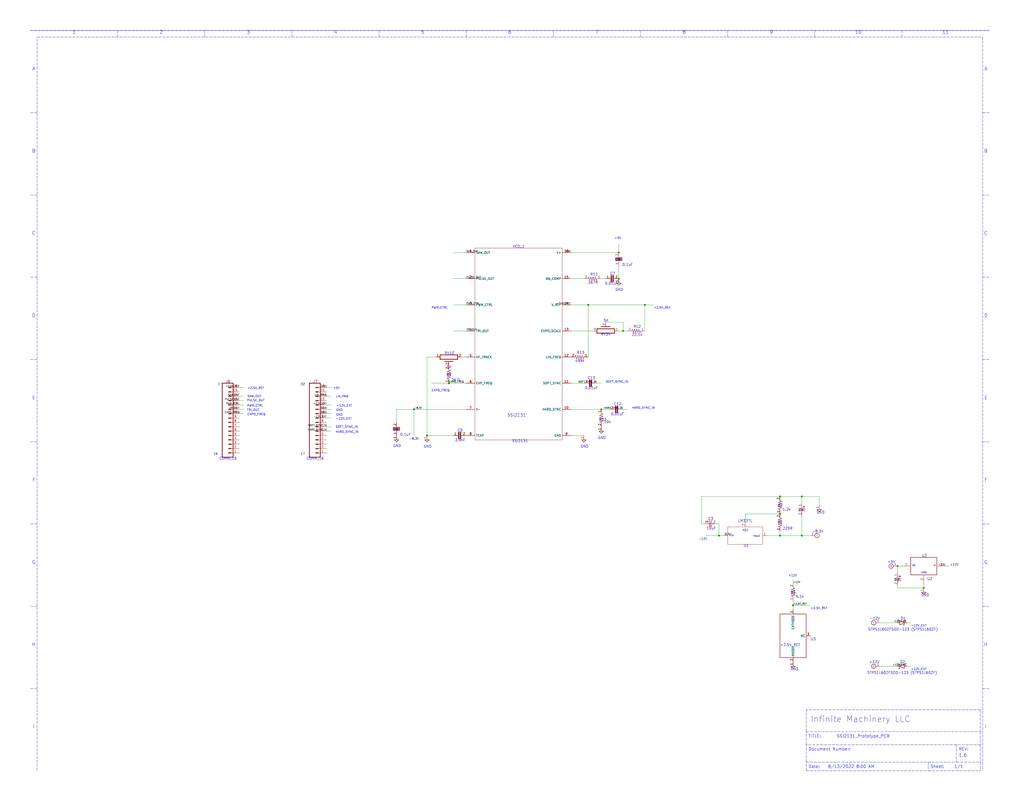
<source format=kicad_sch>
(kicad_sch (version 20211123) (generator eeschema)
  (paper "User" 596.9 470.078)
  (lib_symbols
    (symbol "SSI2131-Proto-PCB-eagle-import:+12V" (power)
      (symbol "+12V_1_0"
        (polyline (pts (xy -0.635 0) (xy 0.635 0)) (stroke (width 0.152)))
        (polyline (pts (xy 0 0.635) (xy 0 -0.635)) (stroke (width 0.152)))
        (circle (center 0 0) (radius 1.27) (stroke (width 0.254)))
        (pin power_in line (at 0 -3.81 90) (length 2.54) (name "+12V") (number "1"))
      )
    )
    (symbol "SSI2131-Proto-PCB-eagle-import:+5V" (power)
      (symbol "+5V_1_0"
        (polyline (pts (xy -0.635 0) (xy 0.635 0)) (stroke (width 0.152)))
        (polyline (pts (xy 0 -0.635) (xy 0 0.635)) (stroke (width 0.152)))
        (circle (center 0 0) (radius 1.27) (stroke (width 0.254)))
        (pin power_in line (at 0 -3.81 90) (length 2.54) (name "+5V") (number "1"))
      )
    )
    (symbol "SSI2131-Proto-PCB-eagle-import:-12V" (power)
      (symbol "-12V_1_0"
        (polyline (pts (xy -0.635 0) (xy 0.635 0)) (stroke (width 0.152)))
        (circle (center 0 0) (radius 1.27) (stroke (width 0.254)))
        (pin power_in line (at 0 3.81 270) (length 2.54) (name "-12V") (number "1"))
      )
    )
    (symbol "SSI2131-Proto-PCB-eagle-import:-8.3V" (power)
      (symbol "-8.3V_1_0"
        (polyline (pts (xy -0.635 0) (xy 0.635 0)) (stroke (width 0.152)))
        (circle (center 0 0) (radius 1.27) (stroke (width 0.254)))
        (pin power_in line (at 0 3.81 270) (length 2.54) (name "-8.3V") (number "1"))
      )
    )
    (symbol "SSI2131-Proto-PCB-eagle-import:C-EU050-025X075_(C-EU)"
      (symbol "C-EU050-025X075_(C-EU)_1_0"
        (polyline (pts (xy 0 -1.27) (xy 0 -0.762)) (stroke (width 0.152)))
        (polyline (pts (xy 0 1.27) (xy 0 0.762)) (stroke (width 0.152)))
        (polyline (pts (xy -2.032 -0.762) (xy 2.032 -0.762) (xy 2.032 -0.254) (xy -2.032 -0.254)) (fill (type outline)))
        (polyline (pts (xy -2.032 0.254) (xy 2.032 0.254) (xy 2.032 0.762) (xy -2.032 0.762)) (fill (type outline)))
        (pin passive line (at 0 3.81 270) (length 2.54) (name "1") (number "1"))
        (pin passive line (at 0 -3.81 90) (length 2.54) (name "2") (number "2"))
      )
    )
    (symbol "SSI2131-Proto-PCB-eagle-import:C-EUC0603_(C-EU)"
      (symbol "C-EUC0603_(C-EU)_1_0"
        (polyline (pts (xy 0 -1.27) (xy 0 -0.762)) (stroke (width 0.152)))
        (polyline (pts (xy 0 1.27) (xy 0 0.762)) (stroke (width 0.152)))
        (polyline (pts (xy -2.032 -0.762) (xy 2.032 -0.762) (xy 2.032 -0.254) (xy -2.032 -0.254)) (fill (type outline)))
        (polyline (pts (xy -2.032 0.254) (xy 2.032 0.254) (xy 2.032 0.762) (xy -2.032 0.762)) (fill (type outline)))
        (pin passive line (at 0 3.81 270) (length 2.54) (name "1") (number "1"))
        (pin passive line (at 0 -3.81 90) (length 2.54) (name "2") (number "2"))
      )
    )
    (symbol "SSI2131-Proto-PCB-eagle-import:CAPAE_4.3X4.3H5.4"
      (symbol "CAPAE_4.3X4.3H5.4_1_0"
        (polyline (pts (xy -2.235 1.27) (xy -0.965 1.27)) (stroke (width 0.25)))
        (polyline (pts (xy -1.6 0.635) (xy -1.6 1.905)) (stroke (width 0.25)))
        (polyline (pts (xy -1.27 0) (xy -0.33 0)) (stroke (width 0.25)))
        (polyline (pts (xy -0.33 -1.905) (xy -0.33 1.905)) (stroke (width 0.25)))
        (polyline (pts (xy 0.305 0) (xy 2.235 0)) (stroke (width 0.25)))
        (arc (start 0.944 1.911) (mid 0.3044 0) (end 0.944 -1.911) (stroke (width 0.254)))
        (pin passive line (at -3.81 0 0) (length 2.54) (name "PLUS") (number "1"))
        (pin passive line (at 3.81 0 180) (length 2.54) (name "MINUS") (number "2"))
      )
    )
    (symbol "SSI2131-Proto-PCB-eagle-import:CONN_16"
      (symbol "CONN_16_1_0"
        (polyline (pts (xy -3.175 21.59) (xy -3.175 -21.59)) (stroke (width 0.406)))
        (polyline (pts (xy -3.175 21.59) (xy 3.175 21.59)) (stroke (width 0.406)))
        (polyline (pts (xy 0.635 -19.05) (xy 1.905 -19.05)) (stroke (width 0.61)))
        (polyline (pts (xy 0.635 -16.51) (xy 1.905 -16.51)) (stroke (width 0.61)))
        (polyline (pts (xy 0.635 -13.97) (xy 1.905 -13.97)) (stroke (width 0.61)))
        (polyline (pts (xy 0.635 -11.43) (xy 1.905 -11.43)) (stroke (width 0.61)))
        (polyline (pts (xy 0.635 -8.89) (xy 1.905 -8.89)) (stroke (width 0.61)))
        (polyline (pts (xy 0.635 -6.35) (xy 1.905 -6.35)) (stroke (width 0.61)))
        (polyline (pts (xy 0.635 -3.81) (xy 1.905 -3.81)) (stroke (width 0.61)))
        (polyline (pts (xy 0.635 -1.27) (xy 1.905 -1.27)) (stroke (width 0.61)))
        (polyline (pts (xy 0.635 1.27) (xy 1.905 1.27)) (stroke (width 0.61)))
        (polyline (pts (xy 0.635 3.81) (xy 1.905 3.81)) (stroke (width 0.61)))
        (polyline (pts (xy 0.635 6.35) (xy 1.905 6.35)) (stroke (width 0.61)))
        (polyline (pts (xy 0.635 8.89) (xy 1.905 8.89)) (stroke (width 0.61)))
        (polyline (pts (xy 0.635 11.43) (xy 1.905 11.43)) (stroke (width 0.61)))
        (polyline (pts (xy 0.635 13.97) (xy 1.905 13.97)) (stroke (width 0.61)))
        (polyline (pts (xy 0.635 16.51) (xy 1.905 16.51)) (stroke (width 0.61)))
        (polyline (pts (xy 0.635 19.05) (xy 1.905 19.05)) (stroke (width 0.61)))
        (polyline (pts (xy 3.175 -21.59) (xy -3.175 -21.59)) (stroke (width 0.406)))
        (polyline (pts (xy 3.175 -21.59) (xy 3.175 21.59)) (stroke (width 0.406)))
        (pin passive line (at 6.985 -19.05 180) (length 5.08) (name "1") (number "1"))
        (pin passive line (at 6.985 3.81 180) (length 5.08) (name "10") (number "10"))
        (pin passive line (at 6.985 6.35 180) (length 5.08) (name "11") (number "11"))
        (pin passive line (at 6.985 8.89 180) (length 5.08) (name "12") (number "12"))
        (pin passive line (at 6.985 11.43 180) (length 5.08) (name "13") (number "13"))
        (pin passive line (at 6.985 13.97 180) (length 5.08) (name "14") (number "14"))
        (pin passive line (at 6.985 16.51 180) (length 5.08) (name "15") (number "15"))
        (pin passive line (at 6.985 19.05 180) (length 5.08) (name "16") (number "16"))
        (pin passive line (at 6.985 -16.51 180) (length 5.08) (name "2") (number "2"))
        (pin passive line (at 6.985 -13.97 180) (length 5.08) (name "3") (number "3"))
        (pin passive line (at 6.985 -11.43 180) (length 5.08) (name "4") (number "4"))
        (pin passive line (at 6.985 -8.89 180) (length 5.08) (name "5") (number "5"))
        (pin passive line (at 6.985 -6.35 180) (length 5.08) (name "6") (number "6"))
        (pin passive line (at 6.985 -3.81 180) (length 5.08) (name "7") (number "7"))
        (pin passive line (at 6.985 -1.27 180) (length 5.08) (name "8") (number "8"))
        (pin passive line (at 6.985 1.27 180) (length 5.08) (name "9") (number "9"))
      )
    )
    (symbol "SSI2131-Proto-PCB-eagle-import:GND" (power)
      (symbol "GND_1_0"
        (polyline (pts (xy -1.27 0.635) (xy 1.27 0.635)) (stroke (width 0.254)))
        (polyline (pts (xy 0 -0.635) (xy -1.27 0.635)) (stroke (width 0.254)))
        (polyline (pts (xy 1.27 0.635) (xy 0 -0.635)) (stroke (width 0.254)))
        (pin power_in line (at 0 3.175 270) (length 2.54) (name "GND") (number "1"))
      )
    )
    (symbol "SSI2131-Proto-PCB-eagle-import:LM337L"
      (symbol "LM337L_1_0"
        (polyline (pts (xy -10.16 -5.08) (xy -10.16 5.08)) (stroke (width 0.152)))
        (polyline (pts (xy -10.16 5.08) (xy 10.16 5.08)) (stroke (width 0.152)))
        (polyline (pts (xy 10.16 -5.08) (xy -10.16 -5.08)) (stroke (width 0.152)))
        (polyline (pts (xy 10.16 5.08) (xy 10.16 -5.08)) (stroke (width 0.152)))
        (pin output line (at 12.7 0 180) (length 2.54) (name "VOUT") (number "1"))
        (pin bidirectional line (at 0 7.62 270) (length 2.54) (name "ADJ") (number "2"))
        (pin input line (at -12.7 0 0) (length 2.54) (name "VIN") (number "3"))
      )
    )
    (symbol "SSI2131-Proto-PCB-eagle-import:LM4040"
      (symbol "LM4040_1_0"
        (polyline (pts (xy -7.62 -12.7) (xy -7.62 12.7)) (stroke (width 0.254)))
        (polyline (pts (xy -7.62 12.7) (xy 7.62 12.7)) (stroke (width 0.254)))
        (polyline (pts (xy 7.62 -12.7) (xy -7.62 -12.7)) (stroke (width 0.254)))
        (polyline (pts (xy 7.62 12.7) (xy 7.62 -12.7)) (stroke (width 0.254)))
        (pin bidirectional line (at 0 15.24 270) (length 2.54) (name "CATHODE") (number "1"))
        (pin output line (at 0 -15.24 90) (length 2.54) (name "ANODE") (number "2"))
        (pin bidirectional line (at 10.16 0 180) (length 2.54) (name "NC") (number "3"))
      )
    )
    (symbol "SSI2131-Proto-PCB-eagle-import:PV36Y_(PV36)"
      (symbol "PV36Y_(PV36)_1_0"
        (polyline (pts (xy -5.08 -1.905) (xy -5.08 0.635)) (stroke (width 0.406)))
        (polyline (pts (xy -5.08 0.635) (xy 5.08 0.635)) (stroke (width 0.406)))
        (polyline (pts (xy 2.54 1.905) (xy -2.54 1.905)) (stroke (width 0.406)))
        (polyline (pts (xy 5.08 -1.905) (xy -5.08 -1.905)) (stroke (width 0.406)))
        (polyline (pts (xy 5.08 0.635) (xy 5.08 -1.905)) (stroke (width 0.406)))
        (pin passive line (at 7.62 -0.635 180) (length 2.54) (name "P$1") (number "1"))
        (pin passive line (at 0 4.445 270) (length 2.54) (name "P$2") (number "2"))
        (pin passive line (at -7.62 -0.635 0) (length 2.54) (name "P$3") (number "3"))
      )
    )
    (symbol "SSI2131-Proto-PCB-eagle-import:R-US_R0603_(R-US_)"
      (symbol "R-US_R0603_(R-US_)_1_0"
        (polyline (pts (xy -2.54 0) (xy -2.159 1.016)) (stroke (width 0.203)))
        (polyline (pts (xy -2.159 1.016) (xy -1.524 -1.016)) (stroke (width 0.203)))
        (polyline (pts (xy -1.524 -1.016) (xy -0.889 1.016)) (stroke (width 0.203)))
        (polyline (pts (xy -0.889 1.016) (xy -0.254 -1.016)) (stroke (width 0.203)))
        (polyline (pts (xy -0.254 -1.016) (xy 0.381 1.016)) (stroke (width 0.203)))
        (polyline (pts (xy 0.381 1.016) (xy 1.016 -1.016)) (stroke (width 0.203)))
        (polyline (pts (xy 1.016 -1.016) (xy 1.651 1.016)) (stroke (width 0.203)))
        (polyline (pts (xy 1.651 1.016) (xy 2.286 -1.016)) (stroke (width 0.203)))
        (polyline (pts (xy 2.286 -1.016) (xy 2.54 0)) (stroke (width 0.203)))
        (pin passive line (at -5.08 0 0) (length 2.54) (name "1") (number "1"))
        (pin passive line (at 5.08 0 180) (length 2.54) (name "2") (number "2"))
      )
    )
    (symbol "SSI2131-Proto-PCB-eagle-import:SSI2131"
      (symbol "SSI2131_1_0"
        (polyline (pts (xy -25.4 -55.88) (xy -25.4 55.88)) (stroke (width 0.152)))
        (polyline (pts (xy -25.4 55.88) (xy 25.4 55.88)) (stroke (width 0.152)))
        (polyline (pts (xy 25.4 -55.88) (xy -25.4 -55.88)) (stroke (width 0.152)))
        (polyline (pts (xy 25.4 55.88) (xy 25.4 -55.88)) (stroke (width 0.152)))
        (pin output line (at -30.48 53.34 0) (length 5.08) (name "SAW_OUT") (number "1"))
        (pin input line (at 30.48 -38.1 180) (length 5.08) (name "HARD_SYNC") (number "10"))
        (pin input line (at 30.48 -22.86 180) (length 5.08) (name "SOFT_SYNC") (number "11"))
        (pin input line (at 30.48 -7.62 180) (length 5.08) (name "LIN_FREQ") (number "12"))
        (pin input line (at 30.48 7.62 180) (length 5.08) (name "EXPO_SCALE") (number "13"))
        (pin input line (at 30.48 22.86 180) (length 5.08) (name "V_REF") (number "14"))
        (pin bidirectional line (at 30.48 38.1 180) (length 5.08) (name "BW_COMP") (number "15"))
        (pin power_in line (at 30.48 53.34 180) (length 5.08) (name "V+") (number "16"))
        (pin output line (at -30.48 38.1 0) (length 5.08) (name "PULSE_OUT") (number "2"))
        (pin input line (at -30.48 22.86 0) (length 5.08) (name "PWM_CTRL") (number "3"))
        (pin output line (at -30.48 7.62 0) (length 5.08) (name "TRI_OUT") (number "4"))
        (pin input line (at -30.48 -7.62 0) (length 5.08) (name "HF_TRACK") (number "5"))
        (pin input line (at -30.48 -22.86 0) (length 5.08) (name "EXP_FREQ") (number "6"))
        (pin power_in line (at -30.48 -38.1 0) (length 5.08) (name "V-") (number "7"))
        (pin bidirectional line (at -30.48 -53.34 0) (length 5.08) (name "TCAP") (number "8"))
        (pin bidirectional line (at 30.48 -53.34 180) (length 5.08) (name "GND") (number "9"))
      )
    )
    (symbol "SSI2131-Proto-PCB-eagle-import:STPS1L60ZFSOD-123_(STPS1L60ZF)"
      (symbol "STPS1L60ZFSOD-123_(STPS1L60ZF)_1_0"
        (polyline (pts (xy -1.27 -1.27) (xy 1.27 0)) (stroke (width 0.254)))
        (polyline (pts (xy -1.27 0) (xy -2.54 0)) (stroke (width 0.254)))
        (polyline (pts (xy -1.27 0) (xy -1.27 -1.27)) (stroke (width 0.254)))
        (polyline (pts (xy -1.27 1.27) (xy -1.27 0)) (stroke (width 0.254)))
        (polyline (pts (xy 0.635 -1.016) (xy 0.635 -1.27)) (stroke (width 0.254)))
        (polyline (pts (xy 1.27 -1.27) (xy 0.635 -1.27)) (stroke (width 0.254)))
        (polyline (pts (xy 1.27 0) (xy -1.27 1.27)) (stroke (width 0.254)))
        (polyline (pts (xy 1.27 0) (xy 1.27 -1.27)) (stroke (width 0.254)))
        (polyline (pts (xy 1.27 0) (xy 2.54 0)) (stroke (width 0.254)))
        (polyline (pts (xy 1.27 1.27) (xy 1.27 0)) (stroke (width 0.254)))
        (polyline (pts (xy 1.905 1.27) (xy 1.27 1.27)) (stroke (width 0.254)))
        (polyline (pts (xy 1.905 1.27) (xy 1.905 1.016)) (stroke (width 0.254)))
        (pin passive line (at 2.207 0 180) (length 0) (name "C") (number "1"))
        (pin passive line (at -2.207 0 0) (length 0) (name "A") (number "2"))
      )
    )
    (symbol "SSI2131-Proto-PCB-eagle-import:UA78L05CLP-FL"
      (symbol "UA78L05CLP-FL_1_0"
        (polyline (pts (xy -5.08 -7.62) (xy -5.08 7.62)) (stroke (width 0.254)))
        (polyline (pts (xy -5.08 7.62) (xy 5.08 7.62)) (stroke (width 0.254)))
        (polyline (pts (xy 5.08 -7.62) (xy -5.08 -7.62)) (stroke (width 0.254)))
        (polyline (pts (xy 5.08 7.62) (xy 5.08 -7.62)) (stroke (width 0.254)))
        (pin output line (at 0 12.7 270) (length 5.08) (name "VO") (number "1"))
        (pin bidirectional line (at -10.16 0 0) (length 5.08) (name "GND") (number "2"))
        (pin input line (at 0 -12.7 90) (length 5.08) (name "VI") (number "3"))
      )
    )
  )
  (junction (at 360.68 162.56))
  (junction (at 467.36 289.56))
  (junction (at 454.66 289.56))
  (junction (at 462.28 353.06))
  (junction (at 248.92 254))
  (junction (at 375.92 177.8))
  (junction (at 350.52 238.76))
  (junction (at 360.68 147.32))
  (junction (at 419.1 312.42))
  (junction (at 342.9 177.8))
  (junction (at 241.3 238.76))
  (junction (at 454.66 299.72))
  (junction (at 363.22 193.04))
  (junction (at 261.62 223.52))
  (junction (at 538.48 342.9))
  (junction (at 523.24 330.2))
  (junction (at 467.36 312.42))
  (junction (at 454.66 312.42))
  (polyline (pts (xy 474.98 17.78) (xy 474.98 21.59)))
  (wire (pts (xy 271.78 238.76) (xy 241.3 238.76)))
  (polyline (pts (xy 21.59 449.58) (xy 21.59 21.59)))
  (polyline (pts (xy 17.78 17.78) (xy 17.78 17.78)))
  (wire (pts (xy 139.7 231.14) (xy 142.24 231.14)))
  (wire (pts (xy 419.1 305.482) (xy 417.83 305.482)))
  (wire (pts (xy 523.573 363.22) (xy 513.08 363.22)))
  (polyline (pts (xy 17.78 257.669) (xy 21.59 257.669)))
  (polyline (pts (xy 571.5 414.02) (xy 469.9 414.02)))
  (wire (pts (xy 190.5 241.3) (xy 193.04 241.3)))
  (wire (pts (xy 190.5 248.92) (xy 193.04 248.92)))
  (polyline (pts (xy 469.9 449.58) (xy 541.02 449.58)))
  (wire (pts (xy 332.74 177.8) (xy 342.9 177.8)))
  (polyline (pts (xy 170.18 17.78) (xy 170.18 21.59)))
  (polyline (pts (xy 572.77 353.624) (xy 576.58 353.624)))
  (wire (pts (xy 462.28 353.06) (xy 462.28 355.6)))
  (wire (pts (xy 408.94 305.482) (xy 408.94 289.56)))
  (polyline (pts (xy 469.9 434.34) (xy 469.9 426.72)))
  (polyline (pts (xy 17.78 209.691) (xy 21.59 209.691)))
  (polyline (pts (xy 541.02 444.5) (xy 541.02 449.58)))
  (wire (pts (xy 454.66 312.42) (xy 454.66 309.88)))
  (wire (pts (xy 332.74 162.56) (xy 340.36 162.56)))
  (polyline (pts (xy 572.77 65.758) (xy 576.58 65.758)))
  (wire (pts (xy 190.5 236.22) (xy 193.04 236.22)))
  (wire (pts (xy 271.78 162.56) (xy 264.16 162.56)))
  (polyline (pts (xy 572.77 257.669) (xy 576.58 257.669)))
  (wire (pts (xy 408.94 305.482) (xy 410.21 305.482)))
  (polyline (pts (xy 576.58 17.78) (xy 17.78 17.78)))
  (wire (pts (xy 248.92 254) (xy 248.92 208.28)))
  (polyline (pts (xy 557.53 434.34) (xy 557.53 444.5)))
  (polyline (pts (xy 322.58 17.78) (xy 322.58 21.59)))
  (wire (pts (xy 523.24 342.9) (xy 523.24 341.63)))
  (wire (pts (xy 353.06 162.56) (xy 350.52 162.56)))
  (polyline (pts (xy 469.9 426.72) (xy 469.9 414.02)))
  (polyline (pts (xy 21.59 21.59) (xy 572.77 21.59)))
  (wire (pts (xy 353.06 187.96) (xy 363.22 187.96)))
  (wire (pts (xy 342.9 177.8) (xy 375.92 177.8)))
  (wire (pts (xy 350.52 238.76) (xy 355.6 238.76)))
  (wire (pts (xy 241.3 238.76) (xy 231.14 238.76)))
  (polyline (pts (xy 17.78 17.78) (xy 576.58 17.78)))
  (wire (pts (xy 139.7 238.76) (xy 142.24 238.76)))
  (wire (pts (xy 231.14 238.76) (xy 231.14 246.38)))
  (wire (pts (xy 363.22 238.76) (xy 365.76 238.76)))
  (wire (pts (xy 342.9 177.8) (xy 342.9 208.28)))
  (wire (pts (xy 332.74 254) (xy 340.36 254)))
  (wire (pts (xy 363.22 193.04) (xy 360.68 193.04)))
  (wire (pts (xy 462.28 353.06) (xy 472.44 353.06)))
  (wire (pts (xy 421.64 312.42) (xy 419.1 312.42)))
  (polyline (pts (xy 572.77 113.736) (xy 576.58 113.736)))
  (wire (pts (xy 190.5 238.76) (xy 193.04 238.76)))
  (wire (pts (xy 434.34 304.8) (xy 434.34 299.72)))
  (wire (pts (xy 139.7 241.3) (xy 142.24 241.3)))
  (polyline (pts (xy 17.78 305.647) (xy 21.59 305.647)))
  (polyline (pts (xy 572.77 401.602) (xy 576.58 401.602)))
  (wire (pts (xy 190.5 251.46) (xy 193.04 251.46)))
  (wire (pts (xy 523.24 342.9) (xy 538.48 342.9)))
  (polyline (pts (xy 571.5 426.72) (xy 571.5 434.34)))
  (wire (pts (xy 332.74 193.04) (xy 345.44 193.04)))
  (wire (pts (xy 271.78 208.28) (xy 269.24 208.28)))
  (wire (pts (xy 332.74 147.32) (xy 360.68 147.32)))
  (wire (pts (xy 248.92 208.28) (xy 254 208.28)))
  (polyline (pts (xy 557.53 444.5) (xy 571.5 444.5)))
  (wire (pts (xy 190.5 243.84) (xy 193.04 243.84)))
  (wire (pts (xy 419.1 312.42) (xy 411.48 312.42)))
  (wire (pts (xy 538.48 342.9) (xy 538.48 340.36)))
  (wire (pts (xy 264.16 254) (xy 248.92 254)))
  (wire (pts (xy 523.24 334.01) (xy 523.24 330.2)))
  (polyline (pts (xy 220.98 17.78) (xy 220.98 21.59)))
  (wire (pts (xy 332.74 238.76) (xy 350.52 238.76)))
  (wire (pts (xy 363.22 187.96) (xy 363.22 193.04)))
  (wire (pts (xy 523.573 388.62) (xy 513.08 388.62)))
  (polyline (pts (xy 576.58 17.78) (xy 576.58 17.78)))
  (wire (pts (xy 527.987 363.22) (xy 530.86 363.22)))
  (wire (pts (xy 139.7 233.68) (xy 142.24 233.68)))
  (polyline (pts (xy 469.9 449.58) (xy 469.9 444.5)))
  (wire (pts (xy 462.28 350.52) (xy 462.28 353.06)))
  (wire (pts (xy 434.34 299.72) (xy 454.66 299.72)))
  (wire (pts (xy 332.74 223.52) (xy 340.36 223.52)))
  (wire (pts (xy 190.5 226.06) (xy 193.04 226.06)))
  (polyline (pts (xy 572.77 161.713) (xy 576.58 161.713)))
  (wire (pts (xy 467.36 289.56) (xy 477.52 289.56)))
  (polyline (pts (xy 572.77 305.647) (xy 576.58 305.647)))
  (polyline (pts (xy 571.5 414.02) (xy 571.5 426.72)))
  (wire (pts (xy 241.3 238.76) (xy 241.3 254)))
  (wire (pts (xy 375.92 193.04) (xy 375.92 177.8)))
  (wire (pts (xy 261.62 223.52) (xy 251.46 223.52)))
  (polyline (pts (xy 525.78 17.78) (xy 525.78 21.59)))
  (wire (pts (xy 139.7 236.22) (xy 142.24 236.22)))
  (wire (pts (xy 477.52 289.56) (xy 477.52 294.64)))
  (polyline (pts (xy 469.9 444.5) (xy 541.02 444.5)))
  (wire (pts (xy 527.987 388.62) (xy 530.86 388.62)))
  (polyline (pts (xy 469.9 444.5) (xy 469.9 434.34)))
  (polyline (pts (xy 571.5 434.34) (xy 571.5 444.5)))
  (wire (pts (xy 139.7 226.06) (xy 142.24 226.06)))
  (polyline (pts (xy 68.58 17.78) (xy 68.58 21.59)))
  (polyline (pts (xy 17.78 353.624) (xy 21.59 353.624)))
  (polyline (pts (xy 571.5 434.34) (xy 557.53 434.34)))
  (polyline (pts (xy 572.77 21.59) (xy 572.77 449.58)))
  (polyline (pts (xy 469.9 426.72) (xy 571.5 426.72)))
  (wire (pts (xy 271.78 147.32) (xy 264.16 147.32)))
  (wire (pts (xy 467.36 312.42) (xy 472.44 312.42)))
  (wire (pts (xy 271.78 193.04) (xy 264.16 193.04)))
  (wire (pts (xy 467.36 293.37) (xy 467.36 289.56)))
  (wire (pts (xy 454.66 289.56) (xy 467.36 289.56)))
  (wire (pts (xy 408.94 289.56) (xy 454.66 289.56)))
  (polyline (pts (xy 271.78 17.78) (xy 271.78 21.59)))
  (wire (pts (xy 347.98 223.52) (xy 350.52 223.52)))
  (polyline (pts (xy 17.78 65.758) (xy 21.59 65.758)))
  (wire (pts (xy 375.92 177.8) (xy 381 177.8)))
  (wire (pts (xy 271.78 177.8) (xy 264.16 177.8)))
  (polyline (pts (xy 17.78 401.602) (xy 21.59 401.602)))
  (polyline (pts (xy 424.18 17.78) (xy 424.18 21.59)))
  (wire (pts (xy 363.22 193.04) (xy 365.76 193.04)))
  (polyline (pts (xy 557.53 434.34) (xy 469.9 434.34)))
  (wire (pts (xy 190.5 231.14) (xy 193.04 231.14)))
  (polyline (pts (xy 541.02 444.5) (xy 557.53 444.5)))
  (wire (pts (xy 454.66 312.42) (xy 467.36 312.42)))
  (polyline (pts (xy 119.38 17.78) (xy 119.38 21.59)))
  (wire (pts (xy 271.78 223.52) (xy 261.62 223.52)))
  (polyline (pts (xy 541.02 449.58) (xy 571.5 449.58)))
  (polyline (pts (xy 571.5 444.5) (xy 571.5 449.58)))
  (wire (pts (xy 523.24 330.2) (xy 525.78 330.2)))
  (wire (pts (xy 447.04 312.42) (xy 454.66 312.42)))
  (wire (pts (xy 360.68 147.32) (xy 360.68 142.24)))
  (wire (pts (xy 462.28 340.36) (xy 462.28 337.82)))
  (wire (pts (xy 360.68 154.94) (xy 360.68 162.56)))
  (wire (pts (xy 467.36 300.99) (xy 467.36 312.42)))
  (polyline (pts (xy 373.38 17.78) (xy 373.38 21.59)))
  (wire (pts (xy 551.18 330.2) (xy 553.72 330.2)))
  (polyline (pts (xy 17.78 161.713) (xy 21.59 161.713)))
  (polyline (pts (xy 572.77 209.691) (xy 576.58 209.691)))
  (polyline (pts (xy 17.78 113.736) (xy 21.59 113.736)))
  (wire (pts (xy 419.1 312.42) (xy 419.1 305.482)))
  (text "SAW_OUT" (at 144.159 231.968 180) (effects (font (size 1.233 1.233)) (justify left bottom)))
  (text "GND" (at 229.102 261.089 180) (effects (font (size 1.48 1.48)) (justify left bottom)))
  (text "GND" (at 536.98 348.113 180) (effects (font (size 1.48 1.48)) (justify left bottom)))
  (text "H" (at 19.685 374.946 180) (effects (font (size 1.974 1.974)) (justify top)))
  (text "-12V" (at 506.867 361.72 180) (effects (font (size 1.48 1.48)) (justify left bottom)))
  (text "+2.5V_REF" (at 472.44 355.6 180) (effects (font (size 1.233 1.233)) (justify left bottom)))
  (text "1.2k" (at 456.16 296.513 180) (effects (font (size 1.48 1.48)) (justify left top)))
  (text "SSI2131_Prototype_PCB" (at 487.68 430.53 180) (effects (font (size 1.727 1.727)) (justify left bottom)))
  (text "J7" (at 182.405 223.52 180) (effects (font (size 1.48 1.48)) (justify left bottom)))
  (text "+5V" (at 517.21 328.7 180) (effects (font (size 1.48 1.48)) (justify left bottom)))
  (text "GND" (at 338.322 261.424 180) (effects (font (size 1.48 1.48)) (justify left bottom)))
  (text "4" (at 195.58 17.78 180) (effects (font (size 1.974 1.974)) (justify top)))
  (text "STPS1L60ZFSOD-123 (STPS1L60ZF)" (at 505.907 366.428 180) (effects (font (size 1.48 1.48)) (justify left top)))
  (text "10uF" (at 411.746 307.393 180) (effects (font (size 1.48 1.48)) (justify left top)))
  (text "220R" (at 456.16 307.548 180) (effects (font (size 1.48 1.48)) (justify left top)))
  (text "SSI2131" (at 298.441 256.54 180) (effects (font (size 1.48 1.48)) (justify left top)))
  (text "+5V" (at 194.178 227.198 180) (effects (font (size 1.233 1.233)) (justify left bottom)))
  (text "+2.5V_REF" (at 144.108 227.198 180) (effects (font (size 1.233 1.233)) (justify left bottom)))
  (text "GND" (at 476.02 299.853 180) (effects (font (size 1.48 1.48)) (justify left bottom)))
  (text "LM337L" (at 430.175 304.8 180) (effects (font (size 1.48 1.48)) (justify left bottom)))
  (text "C2" (at 521.329 339.112 180) (effects (font (size 1.48 1.48)) (justify left bottom)))
  (text "GND" (at 540.258 333.502 180) (effects (font (size 0.987 0.987)) (justify right top)))
  (text "+5V" (at 358.14 139.7 180) (effects (font (size 1.233 1.233)) (justify left bottom)))
  (text "GND" (at 348.482 256.344 180) (effects (font (size 1.48 1.48)) (justify left bottom)))
  (text "32" (at 175.26 223.52 180) (effects (font (size 1.233 1.233)) (justify left top)))
  (text "RV34" (at 350.204 194.31 180) (effects (font (size 1.48 1.48)) (justify left top)))
  (text "R13" (at 336.146 206.78 180) (effects (font (size 1.48 1.48)) (justify left bottom)))
  (text "U3" (at 472.44 372.096 180) (effects (font (size 1.48 1.48)) (justify left top)))
  (text "3" (at 144.78 17.78 180) (effects (font (size 1.974 1.974)) (justify top)))
  (text "GND" (at 460.78 391.293 180) (effects (font (size 1.48 1.48)) (justify left bottom)))
  (text "1.6" (at 558.8 441.96 180) (effects (font (size 1.974 1.974)) (justify left bottom)))
  (text "STPS1L60ZFSOD-123 (STPS1L60ZF)" (at 505.452 391.714 180) (effects (font (size 1.48 1.48)) (justify left top)))
  (text "+2.5V_REF" (at 381 180.34 180) (effects (font (size 1.233 1.233)) (justify left bottom)))
  (text "F" (at 574.675 278.991 180) (effects (font (size 1.974 1.974)) (justify top)))
  (text "Vin" (at 424.942 313.182 180) (effects (font (size 1.233 1.233)) (justify left bottom)))
  (text "10k" (at 352.02 245.405 180) (effects (font (size 1.48 1.48)) (justify left top)))
  (text "1/1" (at 556.26 448.31 180) (effects (font (size 1.727 1.727)) (justify left bottom)))
  (text "0.01uF" (at 352.56 164.592 180) (effects (font (size 1.48 1.48)) (justify left top)))
  (text "5K" (at 351.804 187.96 180) (effects (font (size 1.48 1.48)) (justify left bottom)))
  (text "PWM_CTRL" (at 143.896 237.462 180) (effects (font (size 1.233 1.233)) (justify left bottom)))
  (text "SOFT_SYNC_IN" (at 195.58 249.851 180) (effects (font (size 1.233 1.233)) (justify left bottom)))
  (text "5" (at 246.38 17.78 180) (effects (font (size 1.974 1.974)) (justify top)))
  (text "+12V" (at 506.632 387.12 180) (effects (font (size 1.48 1.48)) (justify left bottom)))
  (text "D" (at 574.675 183.035 180) (effects (font (size 1.974 1.974)) (justify top)))
  (text "EXPO_FREQ" (at 144.159 242.542 180) (effects (font (size 1.233 1.233)) (justify left bottom)))
  (text "8" (at 398.78 17.78 180) (effects (font (size 1.974 1.974)) (justify top)))
  (text "U1" (at 433.411 317.5 180) (effects (font (size 1.48 1.48)) (justify left top)))
  (text "7" (at 347.98 17.78 180) (effects (font (size 1.974 1.974)) (justify top)))
  (text "I" (at 19.685 422.924 180) (effects (font (size 1.974 1.974)) (justify top)))
  (text "SOFT_SYNC_IN" (at 353.06 223.52 180) (effects (font (size 1.233 1.233)) (justify left bottom)))
  (text "U2" (at 537.224 325.12 180) (effects (font (size 1.48 1.48)) (justify left bottom)))
  (text "HARD_SYNC_IN" (at 368.3 238.76 180) (effects (font (size 1.233 1.233)) (justify left bottom)))
  (text "R2" (at 453.16 295.896 180) (effects (font (size 1.48 1.48)) (justify left bottom)))
  (text "-8.3V" (at 238.506 256.794 180) (effects (font (size 1.233 1.233)) (justify left bottom)))
  (text "C" (at 19.685 135.057 180) (effects (font (size 1.974 1.974)) (justify top)))
  (text "CONN_16" (at 127.804 266.7 180) (effects (font (size 1.48 1.48)) (justify left top)))
  (text "267R" (at 342.729 164.06 180) (effects (font (size 1.48 1.48)) (justify left top)))
  (text "8/13/2022 8:00 AM" (at 482.6 448.31 180) (effects (font (size 1.727 1.727)) (justify left bottom)))
  (text "R12" (at 369.166 191.54 180) (effects (font (size 1.48 1.48)) (justify left bottom)))
  (text "R3" (at 460.78 346.696 180) (effects (font (size 1.48 1.48)) (justify left bottom)))
  (text "-12V" (at 407.162 315.214 180) (effects (font (size 1.233 1.233)) (justify left bottom)))
  (text "9" (at 449.58 17.78 180) (effects (font (size 1.974 1.974)) (justify top)))
  (text "-12V_EXT" (at 530.86 365.76 180) (effects (font (size 1.233 1.233)) (justify left bottom)))
  (text "-12V_EXT" (at 195.834 245.082 180) (effects (font (size 1.233 1.233)) (justify left bottom)))
  (text "F" (at 19.685 278.991 180) (effects (font (size 1.974 1.974)) (justify top)))
  (text "499k" (at 335.218 209.78 180) (effects (font (size 1.48 1.48)) (justify left top)))
  (text "+12V" (at 553.72 330.2 180) (effects (font (size 1.233 1.233)) (justify left bottom)))
  (text "GND" (at 246.882 261.424 180) (effects (font (size 1.48 1.48)) (justify left bottom)))
  (text "E" (at 19.685 231.013 180) (effects (font (size 1.974 1.974)) (justify top)))
  (text "+2.5V_REF" (at 454.66 377.206 180) (effects (font (size 1.48 1.48)) (justify left bottom)))
  (text "Date:" (at 471.17 448.31 180) (effects (font (size 1.727 1.727)) (justify left bottom)))
  (text "16" (at 124.46 264.16 180) (effects (font (size 1.233 1.233)) (justify left top)))
  (text "VCO_1" (at 298.731 144.78 180) (effects (font (size 1.48 1.48)) (justify left bottom)))
  (text "HARD_SYNC_IN" (at 195.549 252.805 180) (effects (font (size 1.233 1.233)) (justify left bottom)))
  (text "-8.3V" (at 473.211 310.92 180) (effects (font (size 1.48 1.48)) (justify left bottom)))
  (text "R33" (at 349.02 245.842 180) (effects (font (size 1.48 1.48)) (justify left bottom)))
  (text "G" (at 574.675 326.969 180) (effects (font (size 1.974 1.974)) (justify top)))
  (text "PULSE_OUT" (at 143.896 234.404 180) (effects (font (size 1.233 1.233)) (justify left bottom)))
  (text "1" (at 43.18 17.78 180) (effects (font (size 1.974 1.974)) (justify top)))
  (text "17" (at 175.26 264.16 180) (effects (font (size 1.233 1.233)) (justify left top)))
  (text "VI" (at 545.592 329.438 180) (effects (font (size 0.987 0.987)) (justify right top)))
  (text "PWM_CTRL" (at 251.46 180.34 180) (effects (font (size 1.233 1.233)) (justify left bottom)))
  (text "+12V_EXT" (at 196.041 237.462 180) (effects (font (size 1.233 1.233)) (justify left bottom)))
  (text "C12" (at 357.7 236.728 180) (effects (font (size 1.48 1.48)) (justify left bottom)))
  (text "LIN_FREQ" (at 196.041 231.968 180) (effects (font (size 0.987 0.987)) (justify left bottom)))
  (text "C" (at 574.675 135.057 180) (effects (font (size 1.974 1.974)) (justify top)))
  (text "TITLE:" (at 471.17 430.53 180) (effects (font (size 1.727 1.727)) (justify left bottom)))
  (text "VO" (at 533.654 329.438 180) (effects (font (size 0.987 0.987)) (justify right top)))
  (text "2" (at 93.98 17.78 180) (effects (font (size 1.974 1.974)) (justify top)))
  (text "R11" (at 344.093 161.06 180) (effects (font (size 1.48 1.48)) (justify left bottom)))
  (text "D" (at 19.685 183.035 180) (effects (font (size 1.974 1.974)) (justify top)))
  (text "EXPO_FREQ" (at 251.46 228.6 180) (effects (font (size 1.233 1.233)) (justify left bottom)))
  (text "267k" (at 263.12 221.041 180) (effects (font (size 1.48 1.48)) (justify left top)))
  (text "0.1uF" (at 362.712 153.713 180) (effects (font (size 1.48 1.48)) (justify left top)))
  (text "11" (at 551.18 17.78 180) (effects (font (size 1.974 1.974)) (justify top)))
  (text "ADJ" (at 432.816 310.134 180) (effects (font (size 1.233 1.233)) (justify left bottom)))
  (text "U2" (at 540.411 336.945 180) (effects (font (size 1.48 1.48)) (justify left top)))
  (text "REV:" (at 558.8 438.15 180) (effects (font (size 1.727 1.727)) (justify left bottom)))
  (text "C4" (at 465.449 298.509 180) (effects (font (size 1.48 1.48)) (justify left bottom)))
  (text "I" (at 574.675 422.924 180) (effects (font (size 1.974 1.974)) (justify top)))
  (text "1" (at 127 223.52 180) (effects (font (size 1.233 1.233)) (justify left top)))
  (text "E" (at 574.675 231.013 180) (effects (font (size 1.974 1.974)) (justify top)))
  (text "Sheet:" (at 542.29 448.31 180) (effects (font (size 1.727 1.727)) (justify left bottom)))
  (text "B" (at 574.675 87.08 180) (effects (font (size 1.974 1.974)) (justify top)))
  (text "C8" (at 358.648 152.422 180) (effects (font (size 1.48 1.48)) (justify left bottom)))
  (text "J6" (at 131.642 223.52 180) (effects (font (size 1.48 1.48)) (justify left bottom)))
  (text "C6" (at 229.108 251.445 180) (effects (font (size 1.48 1.48)) (justify left bottom)))
  (text "R1" (at 453.16 305.729 180) (effects (font (size 1.48 1.48)) (justify left bottom)))
  (text "TRI_OUT" (at 143.896 240.002 180) (effects (font (size 1.233 1.233)) (justify left bottom)))
  (text "GND" (at 195.834 242.749 180) (effects (font (size 1.233 1.233)) (justify left bottom)))
  (text "Document Number:" (at 471.17 438.15 180) (effects (font (size 1.727 1.727)) (justify left bottom)))
  (text "B" (at 19.685 87.08 180) (effects (font (size 1.974 1.974)) (justify top)))
  (text "Infinite Machinery LLC" (at 472.44 421.64 180) (effects (font (size 3.454 3.454)) (justify left bottom)))
  (text "+12V_EXT" (at 530.86 391.16 180) (effects (font (size 1.233 1.233)) (justify left bottom)))
  (text "3.9nF" (at 265.096 256.032 180) (effects (font (size 1.48 1.48)) (justify left top)))
  (text "SSI2131" (at 295.656 243.332 180) (effects (font (size 1.727 1.727)) (justify left bottom)))
  (text "CONN_16" (at 178.604 266.7 180) (effects (font (size 1.48 1.48)) (justify left top)))
  (text "RV10" (at 259.128 207.01 180) (effects (font (size 1.48 1.48)) (justify left bottom)))
  (text "D1" (at 524.851 361.72 180) (effects (font (size 1.48 1.48)) (justify left bottom)))
  (text "C5" (at 266.678 251.968 180) (effects (font (size 1.48 1.48)) (justify left bottom)))
  (text "A" (at 574.675 39.102 180) (effects (font (size 1.974 1.974)) (justify top)))
  (text "G" (at 19.685 326.969 180) (effects (font (size 1.974 1.974)) (justify top)))
  (text "C13" (at 342.46 221.488 180) (effects (font (size 1.48 1.48)) (justify left bottom)))
  (text "R9" (at 260.12 219.66 180) (effects (font (size 1.48 1.48)) (justify left bottom)))
  (text "GND" (at 358.642 169.984 180) (effects (font (size 1.48 1.48)) (justify left bottom)))
  (text "6" (at 297.18 17.78 180) (effects (font (size 1.974 1.974)) (justify top)))
  (text "0.1uF" (at 233.172 252.773 180) (effects (font (size 1.48 1.48)) (justify left top)))
  (text "C3" (at 412.728 303.571 180) (effects (font (size 1.48 1.48)) (justify left bottom)))
  (text "10" (at 500.38 17.78 180) (effects (font (size 1.974 1.974)) (justify top)))
  (text "D2" (at 524.524 387.12 180) (effects (font (size 1.48 1.48)) (justify left bottom)))
  (text "+12V" (at 459.486 336.55 180) (effects (font (size 1.233 1.233)) (justify left bottom)))
  (text "0.01uF" (at 356.081 240.792 180) (effects (font (size 1.48 1.48)) (justify left top)))
  (text "22.1k" (at 368.221 194.54 180) (effects (font (size 1.48 1.48)) (justify left top)))
  (text "5.1k" (at 463.78 347.313 180) (effects (font (size 1.48 1.48)) (justify left top)))
  (text "GND" (at 195.834 240.002 180) (effects (font (size 1.233 1.233)) (justify left bottom)))
  (text "0.01uF" (at 340.841 225.552 180) (effects (font (size 1.48 1.48)) (justify left top)))
  (text "H" (at 574.675 374.946 180) (effects (font (size 1.974 1.974)) (justify top)))
  (text "5K" (at 260.364 213.36 180) (effects (font (size 1.48 1.48)) (justify left top)))
  (text "A" (at 19.685 39.102 180) (effects (font (size 1.974 1.974)) (justify top)))
  (text "Vout" (at 438.912 313.436 180) (effects (font (size 1.233 1.233)) (justify left bottom)))
  (text "C7" (at 355.578 160.528 180) (effects (font (size 1.48 1.48)) (justify left bottom)))
  (label "TRI_OUT" (at 271.78 193.04 0) (effects (font (size 1.016 1.016))))
  (label "+2.5V_REF" (at 462.28 353.06 0) (effects (font (size 1.016 1.016))))
  (label "+5V" (at 190.5 226.06 180) (effects (font (size 1.016 1.016))))
  (label "SOFT_SYNC_IN" (at 347.98 223.52 180) (effects (font (size 1.016 1.016))))
  (label "GND" (at 190.5 238.76 180) (effects (font (size 1.016 1.016))))
  (label "+12V_EXT" (at 527.987 388.62 180) (effects (font (size 1.016 1.016))))
  (label "SOFT_SYNC_IN" (at 190.5 248.92 180) (effects (font (size 1.016 1.016))))
  (label "HARD_SYNC_IN" (at 363.22 238.76 180) (effects (font (size 1.016 1.016))))
  (label "EXPO_FREQ" (at 261.62 223.52 0) (effects (font (size 1.016 1.016))))
  (label "LIN_FREQ" (at 190.5 231.14 180) (effects (font (size 1.016 1.016))))
  (label "+5V" (at 332.74 147.32 180) (effects (font (size 1.016 1.016))))
  (label "+12V_EXT" (at 190.5 236.22 180) (effects (font (size 1.016 1.016))))
  (label "EXPO_FREQ" (at 139.7 241.3 180) (effects (font (size 1.016 1.016))))
  (label "HARD_SYNC_IN" (at 190.5 251.46 180) (effects (font (size 1.016 1.016))))
  (label "PWM_CTRL" (at 139.7 236.22 180) (effects (font (size 1.016 1.016))))
  (label "-12V_EXT" (at 190.5 243.84 180) (effects (font (size 1.016 1.016))))
  (label "-12V_EXT" (at 527.987 363.22 180) (effects (font (size 1.016 1.016))))
  (label "TRI_OUT" (at 139.7 238.76 180) (effects (font (size 1.016 1.016))))
  (label "PULSE_OUT" (at 139.7 233.68 180) (effects (font (size 1.016 1.016))))
  (label "+2.5V_REF" (at 332.74 177.8 180) (effects (font (size 1.016 1.016))))
  (label "PWM_CTRL" (at 271.78 177.8 0) (effects (font (size 1.016 1.016))))
  (label "PULSE_OUT" (at 271.78 162.56 0) (effects (font (size 1.016 1.016))))
  (label "-12V" (at 421.64 312.42 0) (effects (font (size 1.016 1.016))))
  (label "SAW_OUT" (at 139.7 231.14 180) (effects (font (size 1.016 1.016))))
  (label "+12V" (at 462.28 340.36 0) (effects (font (size 1.016 1.016))))
  (label "GND" (at 190.5 241.3 180) (effects (font (size 1.016 1.016))))
  (label "+12V" (at 551.18 330.2 180) (effects (font (size 1.016 1.016))))
  (label "-8.3V" (at 241.3 238.76 0) (effects (font (size 1.016 1.016))))
  (label "+2.5V_REF" (at 139.7 226.06 180) (effects (font (size 1.016 1.016))))
  (label "SAW_OUT" (at 271.78 147.32 0) (effects (font (size 1.016 1.016))))
  (symbol (lib_id "SSI2131-Proto-PCB-eagle-import:GND") (at 462.28 389.255 0) (unit 1)
    (property "Reference" "#SUPPLY11" (effects hide))
    (property "Value" "GND" (effects hide))
    (property "Footprint" "SSI2131-Proto-PCB:" (effects hide))
  )
  (symbol (lib_id "SSI2131-Proto-PCB-eagle-import:GND") (at 477.52 297.815 0) (unit 1)
    (property "Reference" "#SUPPLY8" (effects hide))
    (property "Value" "GND" (effects hide))
    (property "Footprint" "SSI2131-Proto-PCB:" (effects hide))
  )
  (symbol (lib_id "SSI2131-Proto-PCB-eagle-import:GND") (at 340.36 257.175 0) (unit 1)
    (property "Reference" "#SUPPLY13" (effects hide))
    (property "Value" "GND" (effects hide))
    (property "Footprint" "SSI2131-Proto-PCB:" (effects hide))
  )
  (symbol (lib_id "SSI2131-Proto-PCB-eagle-import:CONN_16") (at 132.715 245.11 0) (unit 1)
    (property "Reference" "J6" (effects hide))
    (property "Value" "CONN_16" (effects hide))
    (property "Footprint" "SSI2131-Proto-PCB:1X16" (effects hide))
  )
  (symbol (lib_id "SSI2131-Proto-PCB-eagle-import:C-EUC0603_(C-EU)") (at 231.14 250.19 180) (unit 1)
    (property "Reference" "C6" (effects hide))
    (property "Value" "0.1uF" (effects hide))
    (property "Footprint" "SSI2131-Proto-PCB:C0603" (effects hide))
  )
  (symbol (lib_id "SSI2131-Proto-PCB-eagle-import:R-US_R0603_(R-US_)") (at 261.62 218.44 90) (unit 1)
    (property "Reference" "R9" (effects hide))
    (property "Value" "267k" (effects hide))
    (property "Footprint" "SSI2131-Proto-PCB:R0603" (effects hide))
  )
  (symbol (lib_id "SSI2131-Proto-PCB-eagle-import:C-EUC0603_(C-EU)") (at 360.68 151.13 180) (unit 1)
    (property "Reference" "C8" (effects hide))
    (property "Value" "0.1uF" (effects hide))
    (property "Footprint" "SSI2131-Proto-PCB:C0603" (effects hide))
  )
  (symbol (lib_id "SSI2131-Proto-PCB-eagle-import:CAPAE_4.3X4.3H5.4") (at 414.02 305.482 0) (unit 1)
    (property "Reference" "C3" (effects hide))
    (property "Value" "10uF" (effects hide))
    (property "Footprint" "SSI2131-Proto-PCB:CAPAE-4.3X4.3H5.4" (effects hide))
  )
  (symbol (lib_id "SSI2131-Proto-PCB-eagle-import:C-EUC0603_(C-EU)") (at 344.17 223.52 270) (unit 1)
    (property "Reference" "C13" (effects hide))
    (property "Value" "0.01uF" (effects hide))
    (property "Footprint" "SSI2131-Proto-PCB:C0603" (effects hide))
  )
  (symbol (lib_id "SSI2131-Proto-PCB-eagle-import:-8.3V") (at 476.25 312.42 90) (unit 1)
    (property "Reference" "#SUPPLY9" (effects hide))
    (property "Value" "-8.3V" (effects hide))
    (property "Footprint" "SSI2131-Proto-PCB:" (effects hide))
  )
  (symbol (lib_id "SSI2131-Proto-PCB-eagle-import:LM4040") (at 462.28 370.84 0) (unit 1)
    (property "Reference" "+2.5V_REF0" (effects hide))
    (property "Value" "U3" (effects hide))
    (property "Footprint" "SSI2131-Proto-PCB:SOT23" (effects hide))
  )
  (symbol (lib_id "SSI2131-Proto-PCB-eagle-import:+5V") (at 519.43 330.2 90) (unit 1)
    (property "Reference" "#SUPPLY7" (effects hide))
    (property "Value" "+5V" (effects hide))
    (property "Footprint" "SSI2131-Proto-PCB:" (effects hide))
  )
  (symbol (lib_id "SSI2131-Proto-PCB-eagle-import:C-EUC0603_(C-EU)") (at 356.87 162.56 90) (unit 1)
    (property "Reference" "C7" (effects hide))
    (property "Value" "0.01uF" (effects hide))
    (property "Footprint" "SSI2131-Proto-PCB:C0603" (effects hide))
  )
  (symbol (lib_id "SSI2131-Proto-PCB-eagle-import:CAPAE_4.3X4.3H5.4") (at 467.36 297.18 270) (unit 1)
    (property "Reference" "C4" (effects hide))
    (property "Value" "10uF" (effects hide))
    (property "Footprint" "SSI2131-Proto-PCB:CAPAE-4.3X4.3H5.4" (effects hide))
  )
  (symbol (lib_id "SSI2131-Proto-PCB-eagle-import:CONN_16") (at 183.515 245.11 0) (unit 1)
    (property "Reference" "J7" (effects hide))
    (property "Value" "CONN_16" (effects hide))
    (property "Footprint" "SSI2131-Proto-PCB:1X16" (effects hide))
  )
  (symbol (lib_id "SSI2131-Proto-PCB-eagle-import:R-US_R0603_(R-US_)") (at 462.28 345.44 90) (unit 1)
    (property "Reference" "R3" (effects hide))
    (property "Value" "5.1k" (effects hide))
    (property "Footprint" "SSI2131-Proto-PCB:R0603" (effects hide))
  )
  (symbol (lib_id "SSI2131-Proto-PCB-eagle-import:+12V") (at 509.27 388.62 90) (unit 1)
    (property "Reference" "#SUPPLY4" (effects hide))
    (property "Value" "+12V" (effects hide))
    (property "Footprint" "SSI2131-Proto-PCB:" (effects hide))
  )
  (symbol (lib_id "SSI2131-Proto-PCB-eagle-import:R-US_R0603_(R-US_)") (at 345.44 162.56 180) (unit 1)
    (property "Reference" "R11" (effects hide))
    (property "Value" "267R" (effects hide))
    (property "Footprint" "SSI2131-Proto-PCB:R0603" (effects hide))
  )
  (symbol (lib_id "SSI2131-Proto-PCB-eagle-import:GND") (at 538.48 346.075 0) (unit 1)
    (property "Reference" "#SUPPLY6" (effects hide))
    (property "Value" "GND" (effects hide))
    (property "Footprint" "SSI2131-Proto-PCB:" (effects hide))
  )
  (symbol (lib_id "SSI2131-Proto-PCB-eagle-import:C-EUC0603_(C-EU)") (at 359.41 238.76 270) (unit 1)
    (property "Reference" "C12" (effects hide))
    (property "Value" "0.01uF" (effects hide))
    (property "Footprint" "SSI2131-Proto-PCB:C0603" (effects hide))
  )
  (symbol (lib_id "SSI2131-Proto-PCB-eagle-import:PV36Y_(PV36)") (at 353.06 192.405 0) (unit 1)
    (property "Reference" "RV34" (effects hide))
    (property "Value" "5K" (effects hide))
    (property "Footprint" "SSI2131-Proto-PCB:PV36Y" (effects hide))
  )
  (symbol (lib_id "SSI2131-Proto-PCB-eagle-import:C-EU050-025X075_(C-EU)") (at 267.97 254 90) (unit 1)
    (property "Reference" "C5" (effects hide))
    (property "Value" "3.9nF" (effects hide))
    (property "Footprint" "SSI2131-Proto-PCB:C050-025X075" (effects hide))
  )
  (symbol (lib_id "SSI2131-Proto-PCB-eagle-import:GND") (at 231.14 257.175 0) (unit 1)
    (property "Reference" "#SUPPLY15" (effects hide))
    (property "Value" "GND" (effects hide))
    (property "Footprint" "SSI2131-Proto-PCB:" (effects hide))
  )
  (symbol (lib_id "SSI2131-Proto-PCB-eagle-import:STPS1L60ZFSOD-123_(STPS1L60ZF)") (at 525.78 388.62 180) (unit 1)
    (property "Reference" "D2" (effects hide))
    (property "Value" "STPS1L60ZFSOD-123_(STPS1L60ZF)" (effects hide))
    (property "Footprint" "SSI2131-Proto-PCB:SOD3516X98N" (effects hide))
  )
  (symbol (lib_id "SSI2131-Proto-PCB-eagle-import:R-US_R0603_(R-US_)") (at 337.82 208.28 180) (unit 1)
    (property "Reference" "R13" (effects hide))
    (property "Value" "499k" (effects hide))
    (property "Footprint" "SSI2131-Proto-PCB:R0603" (effects hide))
  )
  (symbol (lib_id "SSI2131-Proto-PCB-eagle-import:GND") (at 360.68 165.735 0) (unit 1)
    (property "Reference" "#SUPPLY16" (effects hide))
    (property "Value" "GND" (effects hide))
    (property "Footprint" "SSI2131-Proto-PCB:" (effects hide))
  )
  (symbol (lib_id "SSI2131-Proto-PCB-eagle-import:GND") (at 350.52 252.095 0) (unit 1)
    (property "Reference" "#SUPPLY29" (effects hide))
    (property "Value" "GND" (effects hide))
    (property "Footprint" "SSI2131-Proto-PCB:" (effects hide))
  )
  (symbol (lib_id "SSI2131-Proto-PCB-eagle-import:-12V") (at 509.27 363.22 270) (unit 1)
    (property "Reference" "#SUPPLY3" (effects hide))
    (property "Value" "-12V" (effects hide))
    (property "Footprint" "SSI2131-Proto-PCB:" (effects hide))
  )
  (symbol (lib_id "SSI2131-Proto-PCB-eagle-import:LM337L") (at 434.34 312.42 0) (unit 1)
    (property "Reference" "U1" (effects hide))
    (property "Value" "LM337L" (effects hide))
    (property "Footprint" "SSI2131-Proto-PCB:TO-92-LM337L" (effects hide))
  )
  (symbol (lib_id "SSI2131-Proto-PCB-eagle-import:CAPAE_4.3X4.3H5.4") (at 523.24 337.82 270) (unit 1)
    (property "Reference" "C2" (effects hide))
    (property "Value" "10uF" (effects hide))
    (property "Footprint" "SSI2131-Proto-PCB:CAPAE-4.3X4.3H5.4" (effects hide))
  )
  (symbol (lib_id "SSI2131-Proto-PCB-eagle-import:R-US_R0603_(R-US_)") (at 454.66 304.8 90) (unit 1)
    (property "Reference" "R1" (effects hide))
    (property "Value" "220R" (effects hide))
    (property "Footprint" "SSI2131-Proto-PCB:R0603" (effects hide))
  )
  (symbol (lib_id "SSI2131-Proto-PCB-eagle-import:UA78L05CLP-FL") (at 538.48 330.2 90) (unit 1)
    (property "Reference" "U2" (effects hide))
    (property "Value" "U2" (effects hide))
    (property "Footprint" "SSI2131-Proto-PCB:TO-92-FL" (effects hide))
  )
  (symbol (lib_id "SSI2131-Proto-PCB-eagle-import:STPS1L60ZFSOD-123_(STPS1L60ZF)") (at 525.78 363.22 0) (unit 1)
    (property "Reference" "D1" (effects hide))
    (property "Value" "STPS1L60ZFSOD-123_(STPS1L60ZF)" (effects hide))
    (property "Footprint" "SSI2131-Proto-PCB:SOD3516X98N" (effects hide))
  )
  (symbol (lib_id "SSI2131-Proto-PCB-eagle-import:PV36Y_(PV36)") (at 261.62 208.915 180) (unit 1)
    (property "Reference" "RV10" (effects hide))
    (property "Value" "5K" (effects hide))
    (property "Footprint" "SSI2131-Proto-PCB:PV36Y" (effects hide))
  )
  (symbol (lib_id "SSI2131-Proto-PCB-eagle-import:GND") (at 248.92 257.175 0) (unit 1)
    (property "Reference" "#SUPPLY14" (effects hide))
    (property "Value" "GND" (effects hide))
    (property "Footprint" "SSI2131-Proto-PCB:" (effects hide))
  )
  (symbol (lib_id "SSI2131-Proto-PCB-eagle-import:R-US_R0603_(R-US_)") (at 370.84 193.04 180) (unit 1)
    (property "Reference" "R12" (effects hide))
    (property "Value" "22.1k" (effects hide))
    (property "Footprint" "SSI2131-Proto-PCB:R0603" (effects hide))
  )
  (symbol (lib_id "SSI2131-Proto-PCB-eagle-import:SSI2131") (at 302.26 200.66 0) (unit 1)
    (property "Reference" "VCO_1" (effects hide))
    (property "Value" "SSI2131" (effects hide))
    (property "Footprint" "SSI2131-Proto-PCB:SOIC127P620X175-16N" (effects hide))
  )
  (symbol (lib_id "SSI2131-Proto-PCB-eagle-import:R-US_R0603_(R-US_)") (at 454.66 294.64 90) (unit 1)
    (property "Reference" "R2" (effects hide))
    (property "Value" "1.2k" (effects hide))
    (property "Footprint" "SSI2131-Proto-PCB:R0603" (effects hide))
  )
  (symbol (lib_id "SSI2131-Proto-PCB-eagle-import:R-US_R0603_(R-US_)") (at 350.52 243.84 270) (unit 1)
    (property "Reference" "R33" (effects hide))
    (property "Value" "10k" (effects hide))
    (property "Footprint" "SSI2131-Proto-PCB:R0603" (effects hide))
  )
)
</source>
